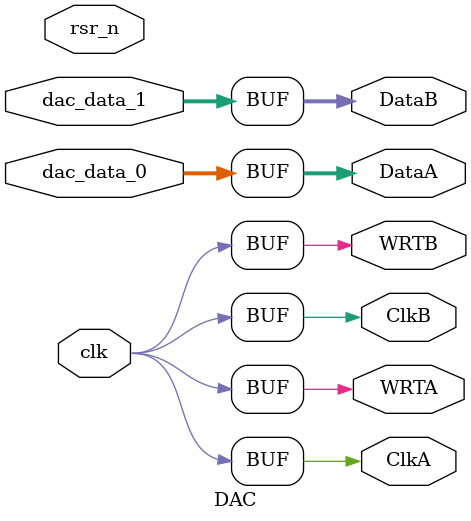
<source format=v>
module DAC(
    input [13:0] dac_data_0,//DDS´ÓromÖÐ¶Á³öµÄ²¨ÐÎÊý¾Ý
    input [13:0] dac_data_1,//DDS´ÓromÖÐ¶Á³öµÄ²¨ÐÎÊý¾Ý
    input rsr_n,
    input clk, //125M ÐèÒªºÍDSSÊ±ÖÓÍ¬²½ ÕâÑù²»ÐèÒªÓÃFIFO»º´æ Ö±½Ó½«DDSÊä³ö¸øµ½Çý¶¯¾ÍÐÐDA×ª»»
   output [13:0]DataA,  //Ð¡Ã·¸çDACÓÐÁ½¸öÍ¨µÀ£¬Ä¿Ç°ÊÇ¿¼ÂÇµ¥Í¨µÀ
   output ClkA,
   output WRTA,
   output [13:0]DataB,  //Ð¡Ã·¸çDACÓÐÁ½¸öÍ¨µÀ£¬Ä¿Ç°ÊÇ¿¼ÂÇµ¥Í¨µÀ
   output ClkB,
   output WRTB
);

assign ClkA = clk;
assign WRTA = ClkA;
assign DataA = dac_data_0;//Èç¹ûÖ»¿¼ÂÇÕâ¼¸¸ö½Ó¿ÚÂß¼­£¬ÄÇ¾ÍÊÇ¸øÊ±ÖÓºÍ¸³Ò»ÏÂÖµ¾ÍÐÐ
assign ClkB = clk;
assign WRTB = ClkB;
assign DataB = dac_data_1;//Èç¹ûÖ»¿¼ÂÇÕâ¼¸¸ö½Ó¿ÚÂß¼­£¬ÄÇ¾ÍÊÇ¸øÊ±ÖÓºÍ¸³Ò»ÏÂÖµ¾ÍÐÐ


endmodule
</source>
